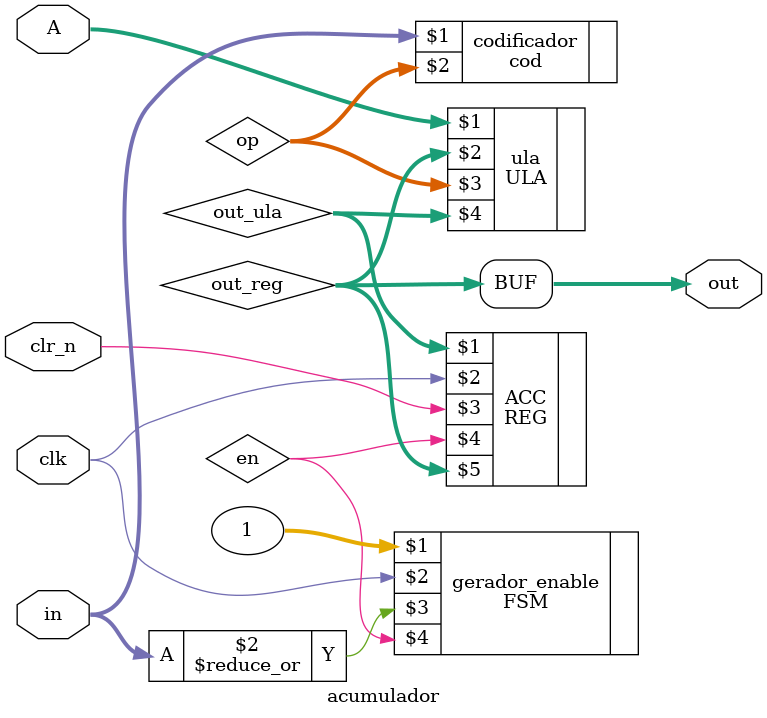
<source format=v>
module acumulador (	input signed [3:0] A,
				   	input [8:0] in,
				   	input clk, clr_n, 
					output signed [3:0] out );

		wire signed [3:0] out_ula,out_reg;	
		wire [3:0] op;
        wire en;
		
		ULA ula (A, out_reg, op, out_ula);
		
		REG ACC (out_ula,clk,clr_n, en, out_reg);
		
		cod codificador (in,op);

        FSM gerador_enable (1, clk, |in, en);
		
		assign out = out_reg;
			 
endmodule
</source>
